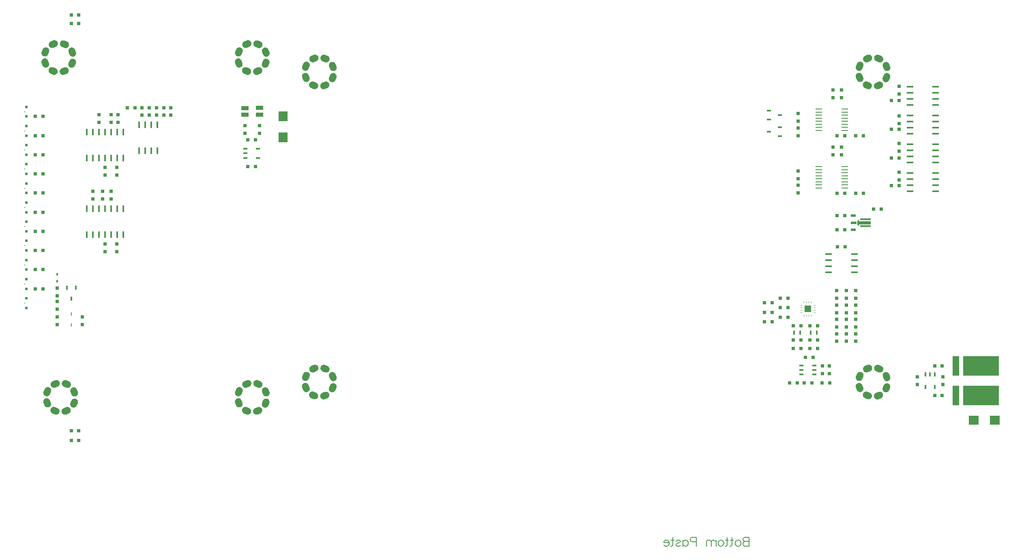
<source format=gbp>
G04*
G04 #@! TF.GenerationSoftware,Altium Limited,Altium Designer,25.4.2 (15)*
G04*
G04 Layer_Color=128*
%FSLAX44Y44*%
%MOMM*%
G71*
G04*
G04 #@! TF.SameCoordinates,6164A7E8-02EB-4E8E-94B8-B95099DD165E*
G04*
G04*
G04 #@! TF.FilePolarity,Positive*
G04*
G01*
G75*
%ADD13C,0.1778*%
%ADD119C,1.4000*%
%ADD120R,0.7500X0.8000*%
%ADD121R,0.7000X0.8000*%
%ADD122R,1.9500X2.0000*%
%ADD123R,1.6000X0.9000*%
%ADD124R,0.8000X0.7000*%
%ADD125R,7.4200X4.0700*%
%ADD126R,1.4800X4.0700*%
%ADD127R,2.0000X1.9500*%
%ADD128R,0.8500X0.4500*%
%ADD129R,1.3500X0.4000*%
%ADD130R,0.4500X0.8500*%
%ADD131R,0.2000X0.2000*%
%ADD132R,0.5000X0.6000*%
%ADD133R,0.4400X0.8200*%
%ADD134R,0.4000X0.9000*%
%ADD135R,0.9000X0.4000*%
%ADD136R,2.2750X0.3250*%
%ADD137R,2.8000X0.6500*%
%ADD138R,1.0500X0.5000*%
%ADD139R,1.1500X0.5000*%
G04:AMPARAMS|DCode=140|XSize=0.4mm|YSize=0.04mm|CornerRadius=0mm|HoleSize=0mm|Usage=FLASHONLY|Rotation=0.000|XOffset=0mm|YOffset=0mm|HoleType=Round|Shape=RoundedRectangle|*
%AMROUNDEDRECTD140*
21,1,0.4000,0.0400,0,0,0.0*
21,1,0.4000,0.0400,0,0,0.0*
1,1,0.0000,0.2000,-0.0200*
1,1,0.0000,-0.2000,-0.0200*
1,1,0.0000,-0.2000,0.0200*
1,1,0.0000,0.2000,0.0200*
%
%ADD140ROUNDEDRECTD140*%
G04:AMPARAMS|DCode=141|XSize=0.4mm|YSize=0.04mm|CornerRadius=0mm|HoleSize=0mm|Usage=FLASHONLY|Rotation=270.000|XOffset=0mm|YOffset=0mm|HoleType=Round|Shape=RoundedRectangle|*
%AMROUNDEDRECTD141*
21,1,0.4000,0.0400,0,0,270.0*
21,1,0.4000,0.0400,0,0,270.0*
1,1,0.0000,-0.0200,-0.2000*
1,1,0.0000,-0.0200,0.2000*
1,1,0.0000,0.0200,0.2000*
1,1,0.0000,0.0200,-0.2000*
%
%ADD141ROUNDEDRECTD141*%
%ADD142R,1.4800X1.4800*%
%ADD143R,0.8500X0.4000*%
%ADD144R,1.3500X0.2000*%
%ADD145R,0.4000X1.3500*%
%ADD146R,0.2600X0.6400*%
%ADD147R,0.3000X0.5500*%
%ADD148R,0.8000X0.7500*%
G36*
X1686593Y447915D02*
X1683348Y451161D01*
Y458831D01*
X1686593Y462077D01*
Y447915D01*
D02*
G37*
D13*
X1457105Y-201964D02*
Y-221010D01*
Y-201964D02*
X1448943D01*
X1446222Y-202871D01*
X1445315Y-203778D01*
X1444408Y-205592D01*
Y-207406D01*
X1445315Y-209220D01*
X1446222Y-210127D01*
X1448943Y-211033D01*
X1457105D02*
X1448943D01*
X1446222Y-211940D01*
X1445315Y-212847D01*
X1444408Y-214661D01*
Y-217382D01*
X1445315Y-219196D01*
X1446222Y-220103D01*
X1448943Y-221010D01*
X1457105D01*
X1435611Y-208313D02*
X1437424Y-209220D01*
X1439238Y-211033D01*
X1440145Y-213754D01*
Y-215568D01*
X1439238Y-218289D01*
X1437424Y-220103D01*
X1435611Y-221010D01*
X1432890D01*
X1431076Y-220103D01*
X1429262Y-218289D01*
X1428355Y-215568D01*
Y-213754D01*
X1429262Y-211033D01*
X1431076Y-209220D01*
X1432890Y-208313D01*
X1435611D01*
X1421462Y-201964D02*
Y-217382D01*
X1420555Y-220103D01*
X1418741Y-221010D01*
X1416927D01*
X1424183Y-208313D02*
X1417834D01*
X1411486Y-201964D02*
Y-217382D01*
X1410579Y-220103D01*
X1408765Y-221010D01*
X1406951D01*
X1414207Y-208313D02*
X1407858D01*
X1399695D02*
X1401509Y-209220D01*
X1403323Y-211033D01*
X1404230Y-213754D01*
Y-215568D01*
X1403323Y-218289D01*
X1401509Y-220103D01*
X1399695Y-221010D01*
X1396974D01*
X1395161Y-220103D01*
X1393347Y-218289D01*
X1392440Y-215568D01*
Y-213754D01*
X1393347Y-211033D01*
X1395161Y-209220D01*
X1396974Y-208313D01*
X1399695D01*
X1388268D02*
Y-221010D01*
Y-211940D02*
X1385547Y-209220D01*
X1383733Y-208313D01*
X1381012D01*
X1379198Y-209220D01*
X1378291Y-211940D01*
Y-221010D01*
Y-211940D02*
X1375571Y-209220D01*
X1373757Y-208313D01*
X1371036D01*
X1369222Y-209220D01*
X1368315Y-211940D01*
Y-221010D01*
X1347365Y-211940D02*
X1339202D01*
X1336481Y-211033D01*
X1335574Y-210127D01*
X1334667Y-208313D01*
Y-205592D01*
X1335574Y-203778D01*
X1336481Y-202871D01*
X1339202Y-201964D01*
X1347365D01*
Y-221010D01*
X1319521Y-208313D02*
Y-221010D01*
Y-211033D02*
X1321335Y-209220D01*
X1323149Y-208313D01*
X1325870D01*
X1327684Y-209220D01*
X1329498Y-211033D01*
X1330405Y-213754D01*
Y-215568D01*
X1329498Y-218289D01*
X1327684Y-220103D01*
X1325870Y-221010D01*
X1323149D01*
X1321335Y-220103D01*
X1319521Y-218289D01*
X1304466Y-211033D02*
X1305373Y-209220D01*
X1308094Y-208313D01*
X1310814D01*
X1313535Y-209220D01*
X1314442Y-211033D01*
X1313535Y-212847D01*
X1311721Y-213754D01*
X1307187Y-214661D01*
X1305373Y-215568D01*
X1304466Y-217382D01*
Y-218289D01*
X1305373Y-220103D01*
X1308094Y-221010D01*
X1310814D01*
X1313535Y-220103D01*
X1314442Y-218289D01*
X1297754Y-201964D02*
Y-217382D01*
X1296847Y-220103D01*
X1295034Y-221010D01*
X1293220D01*
X1300475Y-208313D02*
X1294127D01*
X1290499Y-213754D02*
X1279615D01*
Y-211940D01*
X1280522Y-210127D01*
X1281429Y-209220D01*
X1283243Y-208313D01*
X1285964D01*
X1287778Y-209220D01*
X1289592Y-211033D01*
X1290499Y-213754D01*
Y-215568D01*
X1289592Y-218289D01*
X1287778Y-220103D01*
X1285964Y-221010D01*
X1283243D01*
X1281429Y-220103D01*
X1279615Y-218289D01*
D119*
X568917Y740833D02*
G03*
X573847Y742824I-8917J29167D01*
G01*
X530833Y761083D02*
G03*
X532824Y756153I29167J8917D01*
G01*
X551083Y799167D02*
G03*
X546153Y797176I8917J-29167D01*
G01*
X589167Y778917D02*
G03*
X587176Y783847I-29167J-8917D01*
G01*
X586930Y755681D02*
G03*
X589007Y760575I-26930J14319D01*
G01*
X545681Y743070D02*
G03*
X550575Y740993I14319J26930D01*
G01*
X533070Y784319D02*
G03*
X530993Y779425I26930J-14319D01*
G01*
X574319Y796930D02*
G03*
X569425Y799007I-14319J-26930D01*
G01*
X-13167Y791083D02*
G03*
X-11176Y786153I29167J8917D01*
G01*
X7083Y829167D02*
G03*
X2153Y827176I8917J-29167D01*
G01*
X45167Y808917D02*
G03*
X43176Y813847I-29167J-8917D01*
G01*
X24917Y770833D02*
G03*
X29847Y772824I-8917J29167D01*
G01*
X1681Y773070D02*
G03*
X6575Y770993I14319J26930D01*
G01*
X-10930Y814319D02*
G03*
X-13007Y809425I26930J-14319D01*
G01*
X30319Y826930D02*
G03*
X25425Y829007I-14319J-26930D01*
G01*
X42930Y785681D02*
G03*
X45007Y790575I-26930J14319D01*
G01*
X-9167Y81083D02*
G03*
X-7176Y76153I29167J8917D01*
G01*
X11083Y119167D02*
G03*
X6153Y117176I8917J-29167D01*
G01*
X49167Y98917D02*
G03*
X47176Y103847I-29167J-8917D01*
G01*
X28917Y60833D02*
G03*
X33847Y62824I-8917J29167D01*
G01*
X5681Y63070D02*
G03*
X10575Y60993I14319J26930D01*
G01*
X-6930Y104319D02*
G03*
X-9007Y99425I26930J-14319D01*
G01*
X34319Y116930D02*
G03*
X29425Y119007I-14319J-26930D01*
G01*
X46930Y75681D02*
G03*
X49007Y80575I-26930J14319D01*
G01*
X446930Y75681D02*
G03*
X449007Y80575I-26930J14319D01*
G01*
X434319Y116930D02*
G03*
X429425Y119007I-14319J-26930D01*
G01*
X393070Y104319D02*
G03*
X390993Y99425I26930J-14319D01*
G01*
X405681Y63070D02*
G03*
X410575Y60993I14319J26930D01*
G01*
X428917Y60833D02*
G03*
X433847Y62824I-8917J29167D01*
G01*
X449167Y98917D02*
G03*
X447176Y103847I-29167J-8917D01*
G01*
X411083Y119167D02*
G03*
X406153Y117176I8917J-29167D01*
G01*
X390833Y81083D02*
G03*
X392824Y76153I29167J8917D01*
G01*
X589167Y130917D02*
G03*
X587176Y135847I-29167J-8917D01*
G01*
X568917Y92833D02*
G03*
X573847Y94824I-8917J29167D01*
G01*
X530833Y113083D02*
G03*
X532824Y108153I29167J8917D01*
G01*
X551083Y151167D02*
G03*
X546153Y149176I8917J-29167D01*
G01*
X574319Y148930D02*
G03*
X569425Y151007I-14319J-26930D01*
G01*
X586930Y107681D02*
G03*
X589007Y112575I-26930J14319D01*
G01*
X545681Y95070D02*
G03*
X550575Y92993I14319J26930D01*
G01*
X533070Y136319D02*
G03*
X530993Y131425I26930J-14319D01*
G01*
X1689070Y136319D02*
G03*
X1686993Y131425I26930J-14319D01*
G01*
X1701681Y95070D02*
G03*
X1706575Y92993I14319J26930D01*
G01*
X1742930Y107681D02*
G03*
X1745007Y112575I-26930J14319D01*
G01*
X1730319Y148930D02*
G03*
X1725425Y151007I-14319J-26930D01*
G01*
X1707083Y151167D02*
G03*
X1702153Y149176I8917J-29167D01*
G01*
X1686833Y113083D02*
G03*
X1688824Y108153I29167J8917D01*
G01*
X1724917Y92833D02*
G03*
X1729847Y94824I-8917J29167D01*
G01*
X1745167Y130917D02*
G03*
X1743176Y135847I-29167J-8917D01*
G01*
X1689070Y784319D02*
G03*
X1686993Y779425I26930J-14319D01*
G01*
X1701681Y743070D02*
G03*
X1706575Y740993I14319J26930D01*
G01*
X1742930Y755681D02*
G03*
X1745007Y760575I-26930J14319D01*
G01*
X1730319Y796930D02*
G03*
X1725425Y799007I-14319J-26930D01*
G01*
X1707083Y799167D02*
G03*
X1702153Y797176I8917J-29167D01*
G01*
X1686833Y761083D02*
G03*
X1688824Y756153I29167J8917D01*
G01*
X1724917Y740833D02*
G03*
X1729847Y742824I-8917J29167D01*
G01*
X1745167Y778917D02*
G03*
X1743176Y783847I-29167J-8917D01*
G01*
X446930Y785681D02*
G03*
X449007Y790575I-26930J14319D01*
G01*
X434319Y826930D02*
G03*
X429425Y829007I-14319J-26930D01*
G01*
X393070Y814319D02*
G03*
X390993Y809425I26930J-14319D01*
G01*
X405681Y773070D02*
G03*
X410575Y770993I14319J26930D01*
G01*
X428917Y770833D02*
G03*
X433847Y772824I-8917J29167D01*
G01*
X449167Y808917D02*
G03*
X447176Y813847I-29167J-8917D01*
G01*
X411083Y829167D02*
G03*
X406153Y827176I8917J-29167D01*
G01*
X390833Y791083D02*
G03*
X392824Y786153I29167J8917D01*
G01*
D120*
X42000Y871000D02*
D03*
X58000D02*
D03*
X42000Y0D02*
D03*
X58000D02*
D03*
X1584500Y240000D02*
D03*
X1600500D02*
D03*
X427000Y572000D02*
D03*
X411000D02*
D03*
Y628500D02*
D03*
X427000D02*
D03*
X1574500Y173750D02*
D03*
X1590500D02*
D03*
X1505500Y267500D02*
D03*
X1489500D02*
D03*
X1600500Y192500D02*
D03*
X1584500D02*
D03*
Y210000D02*
D03*
X1600500D02*
D03*
X1549500D02*
D03*
X1565500D02*
D03*
X1641000Y516551D02*
D03*
X1657000D02*
D03*
X1641000Y636551D02*
D03*
X1657000D02*
D03*
X1656996Y439992D02*
D03*
X1640995D02*
D03*
Y469996D02*
D03*
X1656996D02*
D03*
X1565500Y192500D02*
D03*
X1549500D02*
D03*
X1642000Y405000D02*
D03*
X1658000D02*
D03*
X1754500Y532500D02*
D03*
X1770500D02*
D03*
X1754500Y650000D02*
D03*
X1770500D02*
D03*
X1754500Y590500D02*
D03*
X1770500D02*
D03*
X1754500Y710000D02*
D03*
X1770500D02*
D03*
X1565500Y240000D02*
D03*
X1549500D02*
D03*
D121*
X42000Y889000D02*
D03*
X58000D02*
D03*
X42000Y20000D02*
D03*
X58000D02*
D03*
X1522000Y257500D02*
D03*
X1538000D02*
D03*
X1522000Y297500D02*
D03*
X1538000D02*
D03*
X1522000Y277500D02*
D03*
X1538000D02*
D03*
X1860500Y94250D02*
D03*
X1844500D02*
D03*
X1860500Y155750D02*
D03*
X1844500D02*
D03*
X1489500Y287500D02*
D03*
X1505500D02*
D03*
X1588000Y120000D02*
D03*
X1572000D02*
D03*
X1558000D02*
D03*
X1542000D02*
D03*
X1717186Y483456D02*
D03*
X1733186D02*
D03*
X1489500Y247750D02*
D03*
X1505500D02*
D03*
X-33050Y557000D02*
D03*
X-17050D02*
D03*
X-33050Y597000D02*
D03*
X-17050D02*
D03*
X-33050Y317000D02*
D03*
X-17050D02*
D03*
X1695867Y636750D02*
D03*
X1679867D02*
D03*
X1695867Y516551D02*
D03*
X1679867D02*
D03*
X-33050Y397000D02*
D03*
X-17050D02*
D03*
X-33050Y437000D02*
D03*
X-17050D02*
D03*
X-33050Y477000D02*
D03*
X-17050D02*
D03*
X-33050Y517000D02*
D03*
X-17050D02*
D03*
X1609500Y120000D02*
D03*
X1625500D02*
D03*
X-33050Y637000D02*
D03*
X-17050D02*
D03*
X159500Y695000D02*
D03*
X175500D02*
D03*
X-33000Y677000D02*
D03*
X-17000D02*
D03*
X-33050Y357000D02*
D03*
X-17050D02*
D03*
D122*
X484000Y633000D02*
D03*
Y677000D02*
D03*
D123*
X435000Y681000D02*
D03*
X405000D02*
D03*
Y694500D02*
D03*
X435000Y695000D02*
D03*
D124*
X405000Y642000D02*
D03*
Y658000D02*
D03*
X435000Y642000D02*
D03*
Y658000D02*
D03*
X1660000Y313000D02*
D03*
Y297000D02*
D03*
Y283000D02*
D03*
Y267000D02*
D03*
Y253000D02*
D03*
Y237000D02*
D03*
Y223000D02*
D03*
Y207000D02*
D03*
X1680000Y313000D02*
D03*
Y297000D02*
D03*
Y283000D02*
D03*
Y267000D02*
D03*
Y253000D02*
D03*
Y237000D02*
D03*
Y223000D02*
D03*
Y207000D02*
D03*
X137500Y554500D02*
D03*
Y570500D02*
D03*
X112500Y554500D02*
D03*
Y570500D02*
D03*
X1770000Y544500D02*
D03*
Y560500D02*
D03*
X1770000Y662000D02*
D03*
Y678000D02*
D03*
X1770000Y604500D02*
D03*
Y620500D02*
D03*
X1770000Y724000D02*
D03*
Y740000D02*
D03*
X1632500Y613000D02*
D03*
Y597000D02*
D03*
Y732573D02*
D03*
Y716573D02*
D03*
X1650273Y613239D02*
D03*
Y597239D02*
D03*
Y732311D02*
D03*
Y716311D02*
D03*
X137500Y394500D02*
D03*
Y410500D02*
D03*
X112500Y394500D02*
D03*
Y410500D02*
D03*
X107500Y520500D02*
D03*
Y504500D02*
D03*
X125000D02*
D03*
Y520500D02*
D03*
X1610000Y139500D02*
D03*
Y155500D02*
D03*
X125000Y680500D02*
D03*
Y664500D02*
D03*
X140000D02*
D03*
Y680500D02*
D03*
X190000Y695500D02*
D03*
Y679500D02*
D03*
X205000D02*
D03*
Y695500D02*
D03*
X220000D02*
D03*
Y679500D02*
D03*
X235000Y695500D02*
D03*
Y679500D02*
D03*
X250000Y695500D02*
D03*
Y679500D02*
D03*
X12500Y290500D02*
D03*
Y274500D02*
D03*
Y302000D02*
D03*
Y318000D02*
D03*
Y258000D02*
D03*
Y242000D02*
D03*
D125*
X1941450Y94250D02*
D03*
Y155750D02*
D03*
D126*
X1888850D02*
D03*
Y94250D02*
D03*
D127*
X1926250Y42500D02*
D03*
X1970250D02*
D03*
D128*
X1498500Y670500D02*
D03*
Y689500D02*
D03*
X1521500Y680000D02*
D03*
Y654500D02*
D03*
Y635500D02*
D03*
X1498500Y645000D02*
D03*
D129*
X1847000Y559050D02*
D03*
Y546350D02*
D03*
Y533650D02*
D03*
Y520950D02*
D03*
X1793000Y559050D02*
D03*
Y546350D02*
D03*
Y533650D02*
D03*
Y520950D02*
D03*
X1847000Y679050D02*
D03*
Y666350D02*
D03*
Y653650D02*
D03*
Y640950D02*
D03*
X1793000Y679050D02*
D03*
Y666350D02*
D03*
Y653650D02*
D03*
Y640950D02*
D03*
X1847000Y619050D02*
D03*
Y606350D02*
D03*
Y593650D02*
D03*
Y580950D02*
D03*
X1793000Y619050D02*
D03*
Y606350D02*
D03*
Y593650D02*
D03*
Y580950D02*
D03*
X1847000Y739050D02*
D03*
Y726350D02*
D03*
Y713650D02*
D03*
Y700950D02*
D03*
X1793000Y739050D02*
D03*
Y726350D02*
D03*
Y713650D02*
D03*
Y700950D02*
D03*
X1623000Y350950D02*
D03*
Y363650D02*
D03*
Y376350D02*
D03*
Y389050D02*
D03*
X1677000Y350950D02*
D03*
Y363650D02*
D03*
Y376350D02*
D03*
Y389050D02*
D03*
D130*
X33000Y319000D02*
D03*
X52000D02*
D03*
X42500Y296000D02*
D03*
D131*
X-54750Y407000D02*
D03*
Y447000D02*
D03*
Y327000D02*
D03*
Y487000D02*
D03*
Y527000D02*
D03*
Y567000D02*
D03*
Y607000D02*
D03*
Y647000D02*
D03*
Y687000D02*
D03*
X-54750Y287000D02*
D03*
X-54750Y367000D02*
D03*
D132*
X-51250Y417000D02*
D03*
Y397000D02*
D03*
Y457000D02*
D03*
Y437000D02*
D03*
Y337000D02*
D03*
Y317000D02*
D03*
Y497000D02*
D03*
Y477000D02*
D03*
Y537000D02*
D03*
Y517000D02*
D03*
Y577000D02*
D03*
Y557000D02*
D03*
Y617000D02*
D03*
Y597000D02*
D03*
Y657000D02*
D03*
Y637000D02*
D03*
Y697000D02*
D03*
Y677000D02*
D03*
X-51250Y277000D02*
D03*
Y297000D02*
D03*
X-51250Y377000D02*
D03*
Y357000D02*
D03*
D133*
X1563900Y225000D02*
D03*
X1551100D02*
D03*
X1598900D02*
D03*
X1586100D02*
D03*
D134*
X1825500Y138000D02*
D03*
X1835000D02*
D03*
X1844500D02*
D03*
Y112000D02*
D03*
X1825500D02*
D03*
D135*
X406000Y590500D02*
D03*
Y600000D02*
D03*
Y609500D02*
D03*
X432000D02*
D03*
Y590500D02*
D03*
D136*
X1699921Y461871D02*
D03*
Y448121D02*
D03*
D137*
X1697296Y454996D02*
D03*
D138*
X1675096Y469996D02*
D03*
Y439996D02*
D03*
D139*
X1675596Y454996D02*
D03*
D140*
X1566000Y267500D02*
D03*
Y272500D02*
D03*
Y277500D02*
D03*
Y282500D02*
D03*
X1594000Y267500D02*
D03*
Y282500D02*
D03*
Y277500D02*
D03*
Y272500D02*
D03*
D141*
X1572500Y289000D02*
D03*
X1577500D02*
D03*
X1582500D02*
D03*
X1587500D02*
D03*
Y261000D02*
D03*
X1582500D02*
D03*
X1577500D02*
D03*
X1572500D02*
D03*
D142*
X1580000Y275000D02*
D03*
D143*
X1566500Y157000D02*
D03*
Y147500D02*
D03*
Y138000D02*
D03*
X1593500D02*
D03*
Y147500D02*
D03*
Y157000D02*
D03*
D144*
X1657000Y572225D02*
D03*
Y565875D02*
D03*
Y559525D02*
D03*
Y553175D02*
D03*
Y546825D02*
D03*
Y540475D02*
D03*
Y534125D02*
D03*
Y527775D02*
D03*
X1603000D02*
D03*
Y534125D02*
D03*
Y540475D02*
D03*
Y546825D02*
D03*
Y553175D02*
D03*
Y559525D02*
D03*
Y565875D02*
D03*
Y572225D02*
D03*
X1657000Y692225D02*
D03*
Y685875D02*
D03*
Y679525D02*
D03*
Y673175D02*
D03*
Y666825D02*
D03*
Y660475D02*
D03*
Y654125D02*
D03*
Y647775D02*
D03*
X1603000D02*
D03*
Y654125D02*
D03*
Y660475D02*
D03*
Y666825D02*
D03*
Y673175D02*
D03*
Y679525D02*
D03*
Y685875D02*
D03*
Y692225D02*
D03*
D145*
X150450Y430000D02*
D03*
X137750D02*
D03*
X125050D02*
D03*
X112350D02*
D03*
X99650D02*
D03*
X86950D02*
D03*
X74250D02*
D03*
X150450Y484000D02*
D03*
X137750D02*
D03*
X125050D02*
D03*
X112350D02*
D03*
X99650D02*
D03*
X86950D02*
D03*
X74250D02*
D03*
X183450Y659500D02*
D03*
X196150D02*
D03*
X208850D02*
D03*
X221550D02*
D03*
X183450Y605500D02*
D03*
X196150D02*
D03*
X208850D02*
D03*
X221550D02*
D03*
X150450Y590000D02*
D03*
X137750D02*
D03*
X125050D02*
D03*
X112350D02*
D03*
X99650D02*
D03*
X86950D02*
D03*
X74250D02*
D03*
X150450Y644000D02*
D03*
X137750D02*
D03*
X125050D02*
D03*
X112350D02*
D03*
X99650D02*
D03*
X86950D02*
D03*
X74250D02*
D03*
D146*
X42500Y241100D02*
D03*
Y263900D02*
D03*
D147*
X12500Y347000D02*
D03*
Y333000D02*
D03*
D148*
X1808750Y117000D02*
D03*
Y133000D02*
D03*
X1861750D02*
D03*
Y117000D02*
D03*
X1640000Y313000D02*
D03*
Y297000D02*
D03*
Y282750D02*
D03*
Y266750D02*
D03*
Y253000D02*
D03*
Y237000D02*
D03*
Y223000D02*
D03*
Y207000D02*
D03*
X65000Y258000D02*
D03*
Y242000D02*
D03*
X1625000Y155500D02*
D03*
Y139500D02*
D03*
X1560000Y563000D02*
D03*
Y547000D02*
D03*
Y683000D02*
D03*
Y667000D02*
D03*
Y517000D02*
D03*
Y533000D02*
D03*
Y637000D02*
D03*
Y653000D02*
D03*
X87500Y504500D02*
D03*
Y520500D02*
D03*
X100000Y664500D02*
D03*
Y680500D02*
D03*
M02*

</source>
